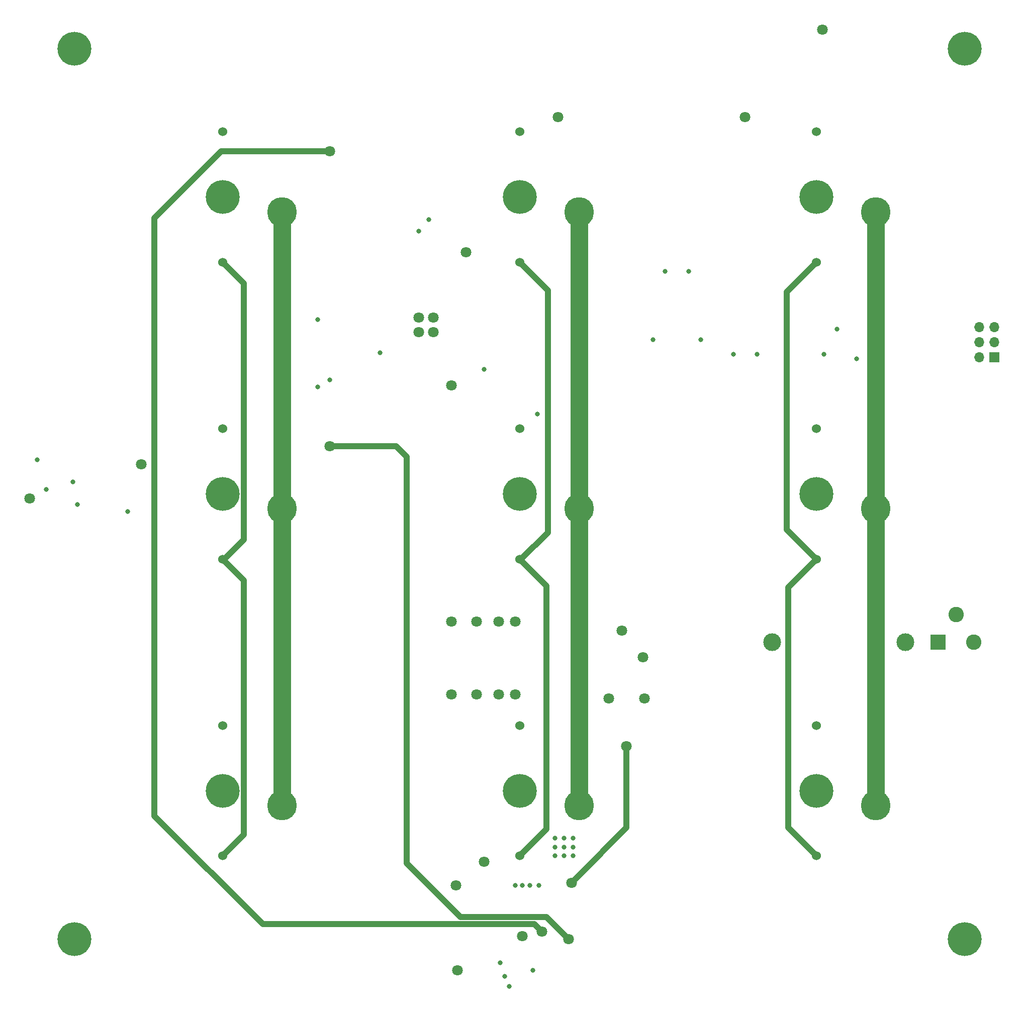
<source format=gbr>
G04 #@! TF.GenerationSoftware,KiCad,Pcbnew,5.1.5*
G04 #@! TF.CreationDate,2020-03-06T12:13:38+01:00*
G04 #@! TF.ProjectId,e-chessboard,652d6368-6573-4736-926f-6172642e6b69,0.1*
G04 #@! TF.SameCoordinates,Original*
G04 #@! TF.FileFunction,Copper,L2,Inr*
G04 #@! TF.FilePolarity,Positive*
%FSLAX46Y46*%
G04 Gerber Fmt 4.6, Leading zero omitted, Abs format (unit mm)*
G04 Created by KiCad (PCBNEW 5.1.5) date 2020-03-06 12:13:38*
%MOMM*%
%LPD*%
G04 APERTURE LIST*
%ADD10C,3.000000*%
%ADD11C,5.700000*%
%ADD12R,2.600000X2.600000*%
%ADD13C,2.600000*%
%ADD14R,1.700000X1.700000*%
%ADD15O,1.700000X1.700000*%
%ADD16C,1.524000*%
%ADD17C,0.800000*%
%ADD18C,1.800000*%
%ADD19C,5.000000*%
%ADD20C,1.000000*%
%ADD21C,3.000000*%
G04 APERTURE END LIST*
D10*
X177500000Y-160000000D03*
X200000000Y-160000000D03*
D11*
X60000000Y-60000000D03*
X210000000Y-60000000D03*
X60000000Y-210000000D03*
X210000000Y-210000000D03*
D12*
X205500000Y-160000000D03*
D13*
X211500000Y-160000000D03*
X208500000Y-155300000D03*
D14*
X215000000Y-112000000D03*
D15*
X212460000Y-112000000D03*
X215000000Y-109460000D03*
X212460000Y-109460000D03*
X215000000Y-106920000D03*
X212460000Y-106920000D03*
D16*
X85000000Y-96000000D03*
X85000000Y-74000000D03*
D11*
X85000000Y-85000000D03*
D16*
X85000000Y-146000000D03*
X85000000Y-124000000D03*
D11*
X85000000Y-135000000D03*
D16*
X85000000Y-196000000D03*
X85000000Y-174000000D03*
D11*
X85000000Y-185000000D03*
X135000000Y-85000000D03*
D16*
X135000000Y-74000000D03*
X135000000Y-96000000D03*
D11*
X135000000Y-135000000D03*
D16*
X135000000Y-124000000D03*
X135000000Y-146000000D03*
X135000000Y-196000000D03*
X135000000Y-174000000D03*
D11*
X135000000Y-185000000D03*
X185000000Y-85000000D03*
D16*
X185000000Y-74000000D03*
X185000000Y-96000000D03*
D11*
X185000000Y-135000000D03*
D16*
X185000000Y-124000000D03*
X185000000Y-146000000D03*
D11*
X185000000Y-185000000D03*
D16*
X185000000Y-174000000D03*
X185000000Y-196000000D03*
D17*
X141000000Y-193000000D03*
X165500000Y-109000000D03*
X157500000Y-109000000D03*
X171000000Y-111500000D03*
X175000000Y-111500000D03*
X163500000Y-97500000D03*
X159500000Y-97500000D03*
D18*
X71250000Y-130000000D03*
X124250000Y-201000000D03*
X124500000Y-215250000D03*
X123500000Y-156500000D03*
X127750000Y-156500000D03*
X131500000Y-156500000D03*
X134250000Y-156500000D03*
X129000000Y-197000000D03*
X155750000Y-162500000D03*
X156000000Y-169500000D03*
D17*
X129000000Y-114000000D03*
D18*
X118000000Y-107750000D03*
X120500000Y-107750000D03*
X120500000Y-105250000D03*
X118000000Y-105250000D03*
D17*
X191750000Y-112250000D03*
D18*
X126000000Y-94250000D03*
X123500000Y-168750000D03*
X127750000Y-168750000D03*
X131500000Y-168750000D03*
X134250000Y-168750000D03*
X123500000Y-116750000D03*
X150000000Y-169500000D03*
X152250000Y-158000000D03*
D17*
X111500000Y-111250000D03*
X141000000Y-194500000D03*
X141000000Y-196000000D03*
X142500000Y-196000000D03*
X142500000Y-194500000D03*
X142500000Y-193000000D03*
X144000000Y-193000000D03*
X144000000Y-194500000D03*
X144000000Y-196000000D03*
D18*
X186000000Y-56750000D03*
X52500000Y-135750000D03*
X135499990Y-209500000D03*
X141500000Y-71500000D03*
X173000000Y-71500000D03*
D17*
X186249988Y-111500000D03*
X188500000Y-107250000D03*
D18*
X103000000Y-77250000D03*
X138750000Y-208750000D03*
D19*
X195000000Y-187500000D03*
X195000000Y-137500000D03*
X195000000Y-87500000D03*
D18*
X143250000Y-210000000D03*
X103000000Y-127000000D03*
X153000000Y-177500000D03*
X143750000Y-200500000D03*
D19*
X145000000Y-87500000D03*
X145000000Y-137500000D03*
X145000000Y-187500000D03*
X95000000Y-187500000D03*
X95000000Y-137500000D03*
X95000000Y-87500000D03*
D17*
X135500000Y-201000000D03*
X134250000Y-201000000D03*
X136750000Y-201000000D03*
X59750000Y-133000000D03*
X132500004Y-216250000D03*
X137250000Y-215249986D03*
X60500000Y-136750000D03*
X133250000Y-218000000D03*
X55250006Y-134250000D03*
X131750000Y-214000000D03*
X101000000Y-117000000D03*
X101000006Y-105649990D03*
X53750000Y-129250000D03*
X118000000Y-90750000D03*
X138250000Y-201000000D03*
X138000000Y-121500000D03*
X69000000Y-138000000D03*
X103000000Y-115750000D03*
X119750000Y-88750000D03*
D20*
X180000000Y-101000000D02*
X185000000Y-96000000D01*
X185000000Y-146000000D02*
X180000000Y-141000000D01*
X180000000Y-141000000D02*
X180000000Y-101000000D01*
X180250000Y-150750000D02*
X185000000Y-146000000D01*
X185000000Y-196000000D02*
X180250000Y-191250000D01*
X180250000Y-191250000D02*
X180250000Y-150750000D01*
X139750000Y-100750000D02*
X135000000Y-96000000D01*
X135000000Y-146000000D02*
X135250000Y-146000000D01*
X139750000Y-141500000D02*
X139750000Y-100750000D01*
X135250000Y-146000000D02*
X139750000Y-141500000D01*
X135000000Y-196000000D02*
X139500000Y-191500000D01*
X139500000Y-150500000D02*
X135000000Y-146000000D01*
X139500000Y-191500000D02*
X139500000Y-150500000D01*
X88550001Y-149550001D02*
X85000000Y-146000000D01*
X85000000Y-196000000D02*
X88550001Y-192449999D01*
X88550001Y-192449999D02*
X88550001Y-149550001D01*
X88550001Y-99550001D02*
X85000000Y-96000000D01*
X88550001Y-142699999D02*
X88550001Y-99550001D01*
X85000000Y-146000000D02*
X85250000Y-146000000D01*
X85250000Y-146000000D02*
X88550001Y-142699999D01*
X91750000Y-207500000D02*
X137500000Y-207500000D01*
X103000000Y-77250000D02*
X84750000Y-77250000D01*
X73500000Y-88500000D02*
X73500000Y-189250000D01*
X73500000Y-189250000D02*
X91750000Y-207500000D01*
X137500000Y-207500000D02*
X138750000Y-208750000D01*
X84750000Y-77250000D02*
X73500000Y-88500000D01*
D21*
X195000000Y-187500000D02*
X195000000Y-87500000D01*
D20*
X116000000Y-128750000D02*
X114250000Y-127000000D01*
X143250000Y-210000000D02*
X139549989Y-206299989D01*
X114250000Y-127000000D02*
X104272792Y-127000000D01*
X116000000Y-197250000D02*
X116000000Y-128750000D01*
X139549989Y-206299989D02*
X125049989Y-206299989D01*
X125049989Y-206299989D02*
X116000000Y-197250000D01*
X104272792Y-127000000D02*
X103000000Y-127000000D01*
X153000000Y-191250000D02*
X144649999Y-199600001D01*
X144649999Y-199600001D02*
X143750000Y-200500000D01*
X153000000Y-177500000D02*
X153000000Y-191250000D01*
D21*
X145000000Y-187500000D02*
X145000000Y-87500000D01*
X95000000Y-187500000D02*
X95000000Y-87500000D01*
M02*

</source>
